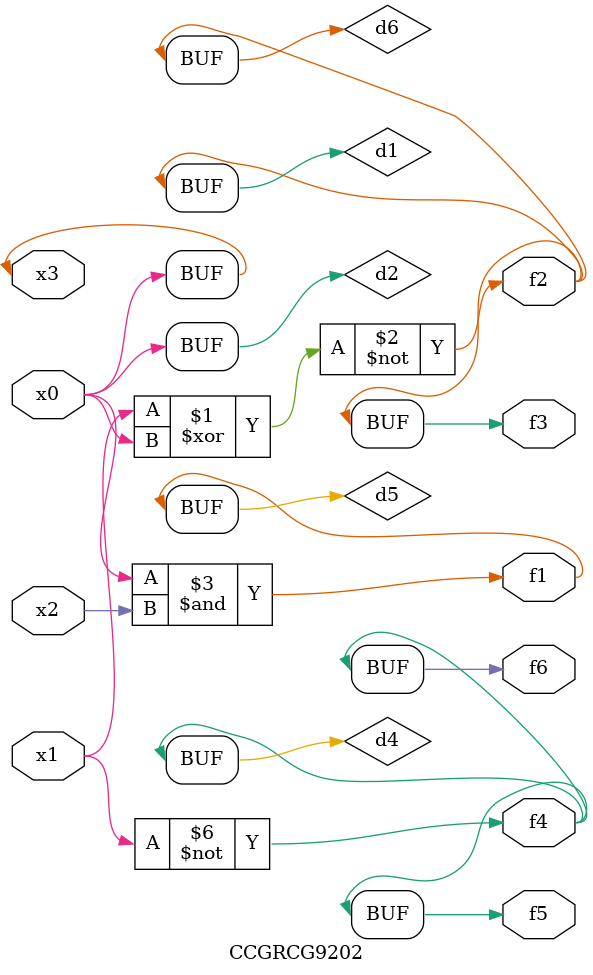
<source format=v>
module CCGRCG9202(
	input x0, x1, x2, x3,
	output f1, f2, f3, f4, f5, f6
);

	wire d1, d2, d3, d4, d5, d6;

	xnor (d1, x1, x3);
	buf (d2, x0, x3);
	nand (d3, x0, x2);
	not (d4, x1);
	nand (d5, d3);
	or (d6, d1);
	assign f1 = d5;
	assign f2 = d6;
	assign f3 = d6;
	assign f4 = d4;
	assign f5 = d4;
	assign f6 = d4;
endmodule

</source>
